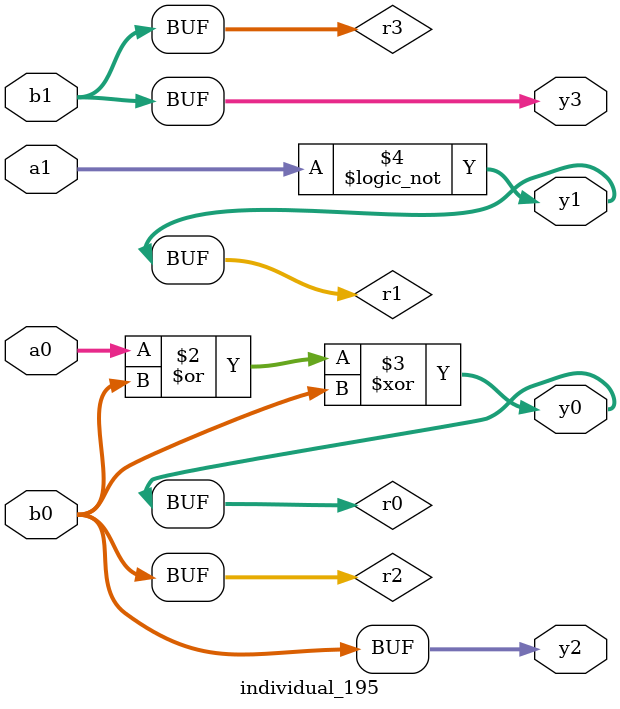
<source format=sv>
module individual_195(input logic [15:0] a1, input logic [15:0] a0, input logic [15:0] b1, input logic [15:0] b0, output logic [15:0] y3, output logic [15:0] y2, output logic [15:0] y1, output logic [15:0] y0);
logic [15:0] r0, r1, r2, r3; 
 always@(*) begin 
	 r0 = a0; r1 = a1; r2 = b0; r3 = b1; 
 	 r0  |=  r2 ;
 	 r0  ^=  b0 ;
 	 r1 = ! r1 ;
 	 y3 = r3; y2 = r2; y1 = r1; y0 = r0; 
end
endmodule
</source>
